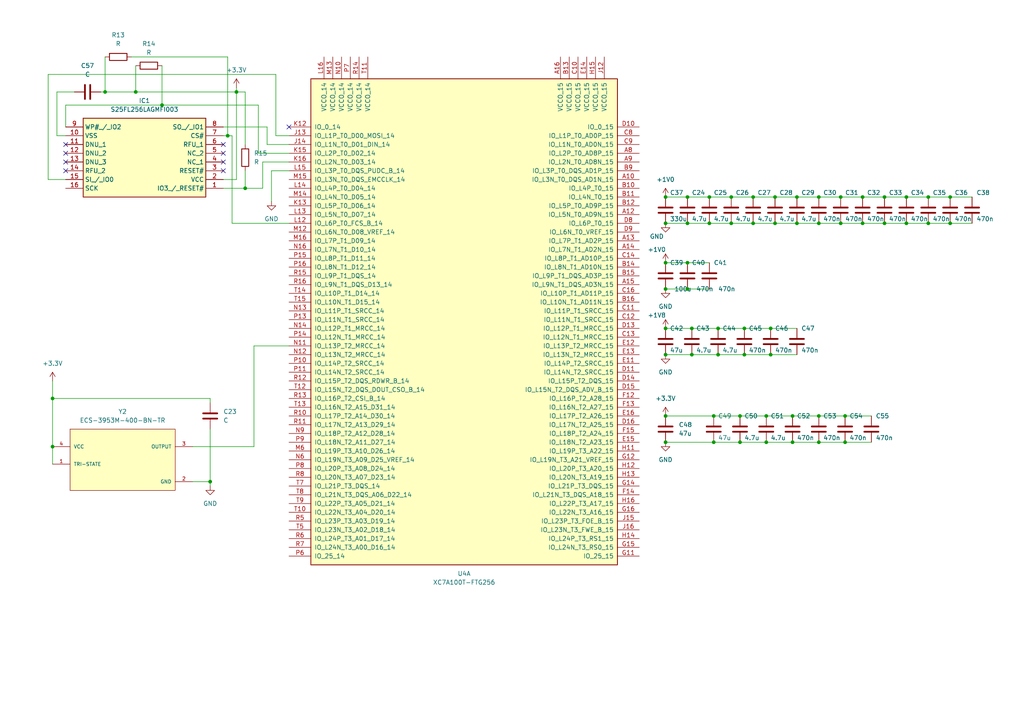
<source format=kicad_sch>
(kicad_sch (version 20230121) (generator eeschema)
  (paper "A4")
  (lib_symbols
    (symbol "Device:C" (pin_numbers hide) (pin_names (offset 0.254))
      (property "Reference" "C" (at 0.635 2.54 0))
      (property "Value" "C" (at 0.635 -2.54 0))
      (symbol "C_0_1"
        (polyline (pts (xy -2.032 -0.762) (xy 2.032 -0.762)) (stroke (width 0.508)))
        (polyline (pts (xy -2.032 0.762) (xy 2.032 0.762)) (stroke (width 0.508)))
      )
      (symbol "C_1_1"
        (pin passive line (at 0 3.81 270) (length 2.794) (name "~") (number "1"))
        (pin passive line (at 0 -3.81 90) (length 2.794) (name "~") (number "2"))
      )
    )
    (symbol "Device:R" (pin_numbers hide) (pin_names (offset 0))
      (property "Reference" "R" (at 2.032 0 90))
      (property "Value" "R" (at 0 0 90))
      (symbol "R_0_1"
        (rectangle (start -1.016 -2.54) (end 1.016 2.54) (stroke (width 0.254)))
      )
      (symbol "R_1_1"
        (pin passive line (at 0 3.81 270) (length 1.27) (name "~") (number "1"))
        (pin passive line (at 0 -3.81 90) (length 1.27) (name "~") (number "2"))
      )
    )
    (symbol "ECS-3953M-400-BN-TR:ECS-3953M-400-BN-TR" (pin_names (offset 1.016))
      (property "Reference" "Y" (at -15.3062 8.1633 0))
      (property "Value" "ECS-3953M-400-BN-TR" (at -15.2879 -12.7399 0))
      (symbol "ECS-3953M-400-BN-TR_0_0"
        (rectangle (start -15.24 -10.16) (end 15.24 7.62) (stroke (width 0.1524)) (fill (type background)))
        (pin input line (at -20.32 -2.54 0) (length 5.08) (name "TRI-STATE") (number "1"))
        (pin power_in line (at 20.32 -7.62 180) (length 5.08) (name "GND") (number "2"))
        (pin output line (at 20.32 2.54 180) (length 5.08) (name "OUTPUT") (number "3"))
        (pin input line (at -20.32 2.54 0) (length 5.08) (name "VCC") (number "4"))
      )
    )
    (symbol "FPGA_Xilinx_Artix7:XC7A100T-FTG256" (pin_names (offset 1.016))
      (property "Reference" "U" (at 0 1.27 0))
      (property "Value" "XC7A100T-FTG256" (at 0 -1.27 0))
      (symbol "XC7A100T-FTG256_1_1"
        (rectangle (start -44.45 67.31) (end 44.45 -73.66) (stroke (width 0.254)) (fill (type background)))
        (pin bidirectional line (at 50.8 38.1 180) (length 6.35) (name "IO_L3N_T0_DQS_AD1N_15") (number "A10"))
        (pin bidirectional line (at 50.8 27.94 180) (length 6.35) (name "IO_L5N_T0_AD9N_15") (number "A12"))
        (pin bidirectional line (at 50.8 20.32 180) (length 6.35) (name "IO_L7P_T1_AD2P_15") (number "A13"))
        (pin bidirectional line (at 50.8 17.78 180) (length 6.35) (name "IO_L7N_T1_AD2N_15") (number "A14"))
        (pin bidirectional line (at 50.8 7.62 180) (length 6.35) (name "IO_L9N_T1_DQS_AD3N_15") (number "A15"))
        (pin power_in line (at 27.94 73.66 270) (length 6.35) (name "VCCO_15") (number "A16"))
        (pin bidirectional line (at 50.8 45.72 180) (length 6.35) (name "IO_L2P_T0_AD8P_15") (number "A8"))
        (pin bidirectional line (at 50.8 43.18 180) (length 6.35) (name "IO_L2N_T0_AD8N_15") (number "A9"))
        (pin bidirectional line (at 50.8 35.56 180) (length 6.35) (name "IO_L4P_T0_15") (number "B10"))
        (pin bidirectional line (at 50.8 33.02 180) (length 6.35) (name "IO_L4N_T0_15") (number "B11"))
        (pin bidirectional line (at 50.8 30.48 180) (length 6.35) (name "IO_L5P_T0_AD9P_15") (number "B12"))
        (pin power_in line (at 30.48 73.66 270) (length 6.35) (name "VCCO_15") (number "B13"))
        (pin bidirectional line (at 50.8 12.7 180) (length 6.35) (name "IO_L8N_T1_AD10N_15") (number "B14"))
        (pin bidirectional line (at 50.8 10.16 180) (length 6.35) (name "IO_L9P_T1_DQS_AD3P_15") (number "B15"))
        (pin bidirectional line (at 50.8 2.54 180) (length 6.35) (name "IO_L10N_T1_AD11N_15") (number "B16"))
        (pin bidirectional line (at 50.8 40.64 180) (length 6.35) (name "IO_L3P_T0_DQS_AD1P_15") (number "B9"))
        (pin power_in line (at 33.02 73.66 270) (length 6.35) (name "VCCO_15") (number "C10"))
        (pin bidirectional line (at 50.8 0 180) (length 6.35) (name "IO_L11P_T1_SRCC_15") (number "C11"))
        (pin bidirectional line (at 50.8 -2.54 180) (length 6.35) (name "IO_L11N_T1_SRCC_15") (number "C12"))
        (pin bidirectional line (at 50.8 -7.62 180) (length 6.35) (name "IO_L12N_T1_MRCC_15") (number "C13"))
        (pin bidirectional line (at 50.8 15.24 180) (length 6.35) (name "IO_L8P_T1_AD10P_15") (number "C14"))
        (pin bidirectional line (at 50.8 5.08 180) (length 6.35) (name "IO_L10P_T1_AD11P_15") (number "C16"))
        (pin bidirectional line (at 50.8 50.8 180) (length 6.35) (name "IO_L1P_T0_AD0P_15") (number "C8"))
        (pin bidirectional line (at 50.8 48.26 180) (length 6.35) (name "IO_L1N_T0_AD0N_15") (number "C9"))
        (pin bidirectional line (at 50.8 53.34 180) (length 6.35) (name "IO_0_15") (number "D10"))
        (pin bidirectional line (at 50.8 -17.78 180) (length 6.35) (name "IO_L14N_T2_SRCC_15") (number "D11"))
        (pin bidirectional line (at 50.8 -5.08 180) (length 6.35) (name "IO_L12P_T1_MRCC_15") (number "D13"))
        (pin bidirectional line (at 50.8 -20.32 180) (length 6.35) (name "IO_L15P_T2_DQS_15") (number "D14"))
        (pin bidirectional line (at 50.8 -22.86 180) (length 6.35) (name "IO_L15N_T2_DQS_ADV_B_15") (number "D15"))
        (pin bidirectional line (at 50.8 -33.02 180) (length 6.35) (name "IO_L17N_T2_A25_15") (number "D16"))
        (pin bidirectional line (at 50.8 25.4 180) (length 6.35) (name "IO_L6P_T0_15") (number "D8"))
        (pin bidirectional line (at 50.8 22.86 180) (length 6.35) (name "IO_L6N_T0_VREF_15") (number "D9"))
        (pin bidirectional line (at 50.8 -15.24 180) (length 6.35) (name "IO_L14P_T2_SRCC_15") (number "E11"))
        (pin bidirectional line (at 50.8 -10.16 180) (length 6.35) (name "IO_L13P_T2_MRCC_15") (number "E12"))
        (pin bidirectional line (at 50.8 -12.7 180) (length 6.35) (name "IO_L13N_T2_MRCC_15") (number "E13"))
        (pin power_in line (at 35.56 73.66 270) (length 6.35) (name "VCCO_15") (number "E14"))
        (pin bidirectional line (at 50.8 -38.1 180) (length 6.35) (name "IO_L18N_T2_A23_15") (number "E15"))
        (pin bidirectional line (at 50.8 -30.48 180) (length 6.35) (name "IO_L17P_T2_A26_15") (number "E16"))
        (pin bidirectional line (at 50.8 -25.4 180) (length 6.35) (name "IO_L16P_T2_A28_15") (number "F12"))
        (pin bidirectional line (at 50.8 -27.94 180) (length 6.35) (name "IO_L16N_T2_A27_15") (number "F13"))
        (pin bidirectional line (at 50.8 -53.34 180) (length 6.35) (name "IO_L21N_T3_DQS_A18_15") (number "F14"))
        (pin bidirectional line (at 50.8 -35.56 180) (length 6.35) (name "IO_L18P_T2_A24_15") (number "F15"))
        (pin bidirectional line (at 50.8 -71.12 180) (length 6.35) (name "IO_25_15") (number "G11"))
        (pin bidirectional line (at 50.8 -43.18 180) (length 6.35) (name "IO_L19N_T3_A21_VREF_15") (number "G12"))
        (pin bidirectional line (at 50.8 -50.8 180) (length 6.35) (name "IO_L21P_T3_DQS_15") (number "G14"))
        (pin bidirectional line (at 50.8 -68.58 180) (length 6.35) (name "IO_L24N_T3_RS0_15") (number "G15"))
        (pin bidirectional line (at 50.8 -58.42 180) (length 6.35) (name "IO_L22N_T3_A16_15") (number "G16"))
        (pin bidirectional line (at 50.8 -40.64 180) (length 6.35) (name "IO_L19P_T3_A22_15") (number "H11"))
        (pin bidirectional line (at 50.8 -45.72 180) (length 6.35) (name "IO_L20P_T3_A20_15") (number "H12"))
        (pin bidirectional line (at 50.8 -48.26 180) (length 6.35) (name "IO_L20N_T3_A19_15") (number "H13"))
        (pin bidirectional line (at 50.8 -66.04 180) (length 6.35) (name "IO_L24P_T3_RS1_15") (number "H14"))
        (pin power_in line (at 38.1 73.66 270) (length 6.35) (name "VCCO_15") (number "H15"))
        (pin bidirectional line (at 50.8 -55.88 180) (length 6.35) (name "IO_L22P_T3_A17_15") (number "H16"))
        (pin power_in line (at 40.64 73.66 270) (length 6.35) (name "VCCO_15") (number "J12"))
        (pin bidirectional line (at -50.8 50.8 0) (length 6.35) (name "IO_L1P_T0_D00_MOSI_14") (number "J13"))
        (pin bidirectional line (at -50.8 48.26 0) (length 6.35) (name "IO_L1N_T0_D01_DIN_14") (number "J14"))
        (pin bidirectional line (at 50.8 -60.96 180) (length 6.35) (name "IO_L23P_T3_FOE_B_15") (number "J15"))
        (pin bidirectional line (at 50.8 -63.5 180) (length 6.35) (name "IO_L23N_T3_FWE_B_15") (number "J16"))
        (pin bidirectional line (at -50.8 53.34 0) (length 6.35) (name "IO_0_14") (number "K12"))
        (pin bidirectional line (at -50.8 30.48 0) (length 6.35) (name "IO_L5P_T0_D06_14") (number "K13"))
        (pin bidirectional line (at -50.8 45.72 0) (length 6.35) (name "IO_L2P_T0_D02_14") (number "K15"))
        (pin bidirectional line (at -50.8 43.18 0) (length 6.35) (name "IO_L2N_T0_D03_14") (number "K16"))
        (pin bidirectional line (at -50.8 25.4 0) (length 6.35) (name "IO_L6P_T0_FCS_B_14") (number "L12"))
        (pin bidirectional line (at -50.8 27.94 0) (length 6.35) (name "IO_L5N_T0_D07_14") (number "L13"))
        (pin bidirectional line (at -50.8 35.56 0) (length 6.35) (name "IO_L4P_T0_D04_14") (number "L14"))
        (pin bidirectional line (at -50.8 40.64 0) (length 6.35) (name "IO_L3P_T0_DQS_PUDC_B_14") (number "L15"))
        (pin power_in line (at -40.64 73.66 270) (length 6.35) (name "VCCO_14") (number "L16"))
        (pin bidirectional line (at -50.8 22.86 0) (length 6.35) (name "IO_L6N_T0_D08_VREF_14") (number "M12"))
        (pin power_in line (at -38.1 73.66 270) (length 6.35) (name "VCCO_14") (number "M13"))
        (pin bidirectional line (at -50.8 33.02 0) (length 6.35) (name "IO_L4N_T0_D05_14") (number "M14"))
        (pin bidirectional line (at -50.8 38.1 0) (length 6.35) (name "IO_L3N_T0_DQS_EMCCLK_14") (number "M15"))
        (pin bidirectional line (at -50.8 20.32 0) (length 6.35) (name "IO_L7P_T1_D09_14") (number "M16"))
        (pin bidirectional line (at -50.8 -40.64 0) (length 6.35) (name "IO_L19P_T3_A10_D26_14") (number "M6"))
        (pin power_in line (at -35.56 73.66 270) (length 6.35) (name "VCCO_14") (number "N10"))
        (pin bidirectional line (at -50.8 -10.16 0) (length 6.35) (name "IO_L13P_T2_MRCC_14") (number "N11"))
        (pin bidirectional line (at -50.8 -12.7 0) (length 6.35) (name "IO_L13N_T2_MRCC_14") (number "N12"))
        (pin bidirectional line (at -50.8 0 0) (length 6.35) (name "IO_L11P_T1_SRCC_14") (number "N13"))
        (pin bidirectional line (at -50.8 -5.08 0) (length 6.35) (name "IO_L12P_T1_MRCC_14") (number "N14"))
        (pin bidirectional line (at -50.8 17.78 0) (length 6.35) (name "IO_L7N_T1_D10_14") (number "N16"))
        (pin bidirectional line (at -50.8 -43.18 0) (length 6.35) (name "IO_L19N_T3_A09_D25_VREF_14") (number "N6"))
        (pin bidirectional line (at -50.8 -35.56 0) (length 6.35) (name "IO_L18P_T2_A12_D28_14") (number "N9"))
        (pin bidirectional line (at -50.8 -15.24 0) (length 6.35) (name "IO_L14P_T2_SRCC_14") (number "P10"))
        (pin bidirectional line (at -50.8 -17.78 0) (length 6.35) (name "IO_L14N_T2_SRCC_14") (number "P11"))
        (pin bidirectional line (at -50.8 -2.54 0) (length 6.35) (name "IO_L11N_T1_SRCC_14") (number "P13"))
        (pin bidirectional line (at -50.8 -7.62 0) (length 6.35) (name "IO_L12N_T1_MRCC_14") (number "P14"))
        (pin bidirectional line (at -50.8 15.24 0) (length 6.35) (name "IO_L8P_T1_D11_14") (number "P15"))
        (pin bidirectional line (at -50.8 12.7 0) (length 6.35) (name "IO_L8N_T1_D12_14") (number "P16"))
        (pin bidirectional line (at -50.8 -71.12 0) (length 6.35) (name "IO_25_14") (number "P6"))
        (pin power_in line (at -33.02 73.66 270) (length 6.35) (name "VCCO_14") (number "P7"))
        (pin bidirectional line (at -50.8 -45.72 0) (length 6.35) (name "IO_L20P_T3_A08_D24_14") (number "P8"))
        (pin bidirectional line (at -50.8 -38.1 0) (length 6.35) (name "IO_L18N_T2_A11_D27_14") (number "P9"))
        (pin bidirectional line (at -50.8 -30.48 0) (length 6.35) (name "IO_L17P_T2_A14_D30_14") (number "R10"))
        (pin bidirectional line (at -50.8 -33.02 0) (length 6.35) (name "IO_L17N_T2_A13_D29_14") (number "R11"))
        (pin bidirectional line (at -50.8 -20.32 0) (length 6.35) (name "IO_L15P_T2_DQS_RDWR_B_14") (number "R12"))
        (pin bidirectional line (at -50.8 -25.4 0) (length 6.35) (name "IO_L16P_T2_CSI_B_14") (number "R13"))
        (pin power_in line (at -30.48 73.66 270) (length 6.35) (name "VCCO_14") (number "R14"))
        (pin bidirectional line (at -50.8 10.16 0) (length 6.35) (name "IO_L9P_T1_DQS_14") (number "R15"))
        (pin bidirectional line (at -50.8 7.62 0) (length 6.35) (name "IO_L9N_T1_DQS_D13_14") (number "R16"))
        (pin bidirectional line (at -50.8 -60.96 0) (length 6.35) (name "IO_L23P_T3_A03_D19_14") (number "R5"))
        (pin bidirectional line (at -50.8 -66.04 0) (length 6.35) (name "IO_L24P_T3_A01_D17_14") (number "R6"))
        (pin bidirectional line (at -50.8 -68.58 0) (length 6.35) (name "IO_L24N_T3_A00_D16_14") (number "R7"))
        (pin bidirectional line (at -50.8 -48.26 0) (length 6.35) (name "IO_L20N_T3_A07_D23_14") (number "R8"))
        (pin bidirectional line (at -50.8 -58.42 0) (length 6.35) (name "IO_L22N_T3_A04_D20_14") (number "T10"))
        (pin power_in line (at -27.94 73.66 270) (length 6.35) (name "VCCO_14") (number "T11"))
        (pin bidirectional line (at -50.8 -22.86 0) (length 6.35) (name "IO_L15N_T2_DQS_DOUT_CSO_B_14") (number "T12"))
        (pin bidirectional line (at -50.8 -27.94 0) (length 6.35) (name "IO_L16N_T2_A15_D31_14") (number "T13"))
        (pin bidirectional line (at -50.8 5.08 0) (length 6.35) (name "IO_L10P_T1_D14_14") (number "T14"))
        (pin bidirectional line (at -50.8 2.54 0) (length 6.35) (name "IO_L10N_T1_D15_14") (number "T15"))
        (pin bidirectional line (at -50.8 -63.5 0) (length 6.35) (name "IO_L23N_T3_A02_D18_14") (number "T5"))
        (pin bidirectional line (at -50.8 -50.8 0) (length 6.35) (name "IO_L21P_T3_DQS_14") (number "T7"))
        (pin bidirectional line (at -50.8 -53.34 0) (length 6.35) (name "IO_L21N_T3_DQS_A06_D22_14") (number "T8"))
        (pin bidirectional line (at -50.8 -55.88 0) (length 6.35) (name "IO_L22P_T3_A05_D21_14") (number "T9"))
      )
      (symbol "XC7A100T-FTG256_2_1"
        (rectangle (start -44.45 67.31) (end 44.45 -73.66) (stroke (width 0.254)) (fill (type background)))
        (pin bidirectional line (at 50.8 12.7 180) (length 6.35) (name "IO_L8N_T1_AD14N_35") (number "A2"))
        (pin bidirectional line (at 50.8 33.02 180) (length 6.35) (name "IO_L4N_T0_35") (number "A3"))
        (pin bidirectional line (at 50.8 38.1 180) (length 6.35) (name "IO_L3N_T0_DQS_AD5N_35") (number "A4"))
        (pin bidirectional line (at 50.8 40.64 180) (length 6.35) (name "IO_L3P_T0_DQS_AD5P_35") (number "A5"))
        (pin power_in line (at 27.94 73.66 270) (length 6.35) (name "VCCO_35") (number "A6"))
        (pin bidirectional line (at 50.8 48.26 180) (length 6.35) (name "IO_L1N_T0_AD4N_35") (number "A7"))
        (pin bidirectional line (at 50.8 7.62 180) (length 6.35) (name "IO_L9N_T1_DQS_AD7N_35") (number "B1"))
        (pin bidirectional line (at 50.8 15.24 180) (length 6.35) (name "IO_L8P_T1_AD14P_35") (number "B2"))
        (pin power_in line (at 30.48 73.66 270) (length 6.35) (name "VCCO_35") (number "B3"))
        (pin bidirectional line (at 50.8 35.56 180) (length 6.35) (name "IO_L4P_T0_35") (number "B4"))
        (pin bidirectional line (at 50.8 43.18 180) (length 6.35) (name "IO_L2N_T0_AD12N_35") (number "B5"))
        (pin bidirectional line (at 50.8 45.72 180) (length 6.35) (name "IO_L2P_T0_AD12P_35") (number "B6"))
        (pin bidirectional line (at 50.8 50.8 180) (length 6.35) (name "IO_L1P_T0_AD4P_35") (number "B7"))
        (pin bidirectional line (at 50.8 10.16 180) (length 6.35) (name "IO_L9P_T1_DQS_AD7P_35") (number "C1"))
        (pin bidirectional line (at 50.8 17.78 180) (length 6.35) (name "IO_L7N_T1_AD6N_35") (number "C2"))
        (pin bidirectional line (at 50.8 20.32 180) (length 6.35) (name "IO_L7P_T1_AD6P_35") (number "C3"))
        (pin bidirectional line (at 50.8 -7.62 180) (length 6.35) (name "IO_L12N_T1_MRCC_35") (number "C4"))
        (pin bidirectional line (at 50.8 27.94 180) (length 6.35) (name "IO_L5N_T0_AD13N_35") (number "C6"))
        (pin bidirectional line (at 50.8 30.48 180) (length 6.35) (name "IO_L5P_T0_AD13P_35") (number "C7"))
        (pin bidirectional line (at 50.8 2.54 180) (length 6.35) (name "IO_L10N_T1_AD15N_35") (number "D1"))
        (pin bidirectional line (at 50.8 -2.54 180) (length 6.35) (name "IO_L11N_T1_SRCC_35") (number "D3"))
        (pin bidirectional line (at 50.8 -5.08 180) (length 6.35) (name "IO_L12P_T1_MRCC_35") (number "D4"))
        (pin bidirectional line (at 50.8 22.86 180) (length 6.35) (name "IO_L6N_T0_VREF_35") (number "D5"))
        (pin bidirectional line (at 50.8 25.4 180) (length 6.35) (name "IO_L6P_T0_35") (number "D6"))
        (pin power_in line (at 33.02 73.66 270) (length 6.35) (name "VCCO_35") (number "D7"))
        (pin bidirectional line (at 50.8 -22.86 180) (length 6.35) (name "IO_L15N_T2_DQS_35") (number "E1"))
        (pin bidirectional line (at 50.8 5.08 180) (length 6.35) (name "IO_L10P_T1_AD15P_35") (number "E2"))
        (pin bidirectional line (at 50.8 0 180) (length 6.35) (name "IO_L11P_T1_SRCC_35") (number "E3"))
        (pin power_in line (at 35.56 73.66 270) (length 6.35) (name "VCCO_35") (number "E4"))
        (pin bidirectional line (at 50.8 -12.7 180) (length 6.35) (name "IO_L13N_T2_MRCC_35") (number "E5"))
        (pin bidirectional line (at 50.8 53.34 180) (length 6.35) (name "IO_0_35") (number "E6"))
        (pin power_in line (at 38.1 73.66 270) (length 6.35) (name "VCCO_35") (number "F1"))
        (pin bidirectional line (at 50.8 -20.32 180) (length 6.35) (name "IO_L15P_T2_DQS_35") (number "F2"))
        (pin bidirectional line (at 50.8 -17.78 180) (length 6.35) (name "IO_L14N_T2_SRCC_35") (number "F3"))
        (pin bidirectional line (at 50.8 -15.24 180) (length 6.35) (name "IO_L14P_T2_SRCC_35") (number "F4"))
        (pin bidirectional line (at 50.8 -10.16 180) (length 6.35) (name "IO_L13P_T2_MRCC_35") (number "F5"))
        (pin bidirectional line (at 50.8 -33.02 180) (length 6.35) (name "IO_L17N_T2_35") (number "G1"))
        (pin bidirectional line (at 50.8 -30.48 180) (length 6.35) (name "IO_L17P_T2_35") (number "G2"))
        (pin bidirectional line (at 50.8 -27.94 180) (length 6.35) (name "IO_L16N_T2_35") (number "G4"))
        (pin bidirectional line (at 50.8 -25.4 180) (length 6.35) (name "IO_L16P_T2_35") (number "G5"))
        (pin bidirectional line (at 50.8 -48.26 180) (length 6.35) (name "IO_L20N_T3_35") (number "H1"))
        (pin bidirectional line (at 50.8 -45.72 180) (length 6.35) (name "IO_L20P_T3_35") (number "H2"))
        (pin bidirectional line (at 50.8 -53.34 180) (length 6.35) (name "IO_L21N_T3_DQS_35") (number "H3"))
        (pin bidirectional line (at 50.8 -38.1 180) (length 6.35) (name "IO_L18N_T2_35") (number "H4"))
        (pin bidirectional line (at 50.8 -35.56 180) (length 6.35) (name "IO_L18P_T2_35") (number "H5"))
        (pin bidirectional line (at 50.8 -58.42 180) (length 6.35) (name "IO_L22N_T3_35") (number "J1"))
        (pin power_in line (at 40.64 73.66 270) (length 6.35) (name "VCCO_35") (number "J2"))
        (pin bidirectional line (at 50.8 -50.8 180) (length 6.35) (name "IO_L21P_T3_DQS_35") (number "J3"))
        (pin bidirectional line (at 50.8 -43.18 180) (length 6.35) (name "IO_L19N_T3_VREF_35") (number "J4"))
        (pin bidirectional line (at 50.8 -40.64 180) (length 6.35) (name "IO_L19P_T3_35") (number "J5"))
        (pin bidirectional line (at 50.8 -55.88 180) (length 6.35) (name "IO_L22P_T3_35") (number "K1"))
        (pin bidirectional line (at 50.8 -68.58 180) (length 6.35) (name "IO_L24N_T3_35") (number "K2"))
        (pin bidirectional line (at 50.8 -66.04 180) (length 6.35) (name "IO_L24P_T3_35") (number "K3"))
        (pin bidirectional line (at 50.8 -71.12 180) (length 6.35) (name "IO_25_35") (number "K5"))
        (pin bidirectional line (at 50.8 -63.5 180) (length 6.35) (name "IO_L23N_T3_35") (number "L2"))
        (pin bidirectional line (at 50.8 -60.96 180) (length 6.35) (name "IO_L23P_T3_35") (number "L3"))
        (pin bidirectional line (at -50.8 50.8 0) (length 6.35) (name "IO_L1P_T0_34") (number "L4"))
        (pin bidirectional line (at -50.8 53.34 0) (length 6.35) (name "IO_0_34") (number "L5"))
        (pin bidirectional line (at -50.8 43.18 0) (length 6.35) (name "IO_L2N_T0_34") (number "M1"))
        (pin bidirectional line (at -50.8 45.72 0) (length 6.35) (name "IO_L2P_T0_34") (number "M2"))
        (pin power_in line (at -40.64 73.66 270) (length 6.35) (name "VCCO_34") (number "M3"))
        (pin bidirectional line (at -50.8 48.26 0) (length 6.35) (name "IO_L1N_T0_34") (number "M4"))
        (pin bidirectional line (at -50.8 25.4 0) (length 6.35) (name "IO_L6P_T0_34") (number "M5"))
        (pin bidirectional line (at -50.8 35.56 0) (length 6.35) (name "IO_L4P_T0_34") (number "N1"))
        (pin bidirectional line (at -50.8 38.1 0) (length 6.35) (name "IO_L3N_T0_DQS_34") (number "N2"))
        (pin bidirectional line (at -50.8 40.64 0) (length 6.35) (name "IO_L3P_T0_DQS_34") (number "N3"))
        (pin bidirectional line (at -50.8 22.86 0) (length 6.35) (name "IO_L6N_T0_VREF_34") (number "N4"))
        (pin bidirectional line (at -50.8 33.02 0) (length 6.35) (name "IO_L4N_T0_34") (number "P1"))
        (pin bidirectional line (at -50.8 27.94 0) (length 6.35) (name "IO_L5N_T0_34") (number "P3"))
        (pin bidirectional line (at -50.8 30.48 0) (length 6.35) (name "IO_L5P_T0_34") (number "P4"))
        (pin bidirectional line (at -50.8 5.08 0) (length 6.35) (name "IO_L10P_T1_34") (number "P5"))
        (pin bidirectional line (at -50.8 17.78 0) (length 6.35) (name "IO_L7N_T1_34") (number "R1"))
        (pin bidirectional line (at -50.8 20.32 0) (length 6.35) (name "IO_L7P_T1_34") (number "R2"))
        (pin bidirectional line (at -50.8 15.24 0) (length 6.35) (name "IO_L8P_T1_34") (number "R3"))
        (pin power_in line (at -38.1 73.66 270) (length 6.35) (name "VCCO_34") (number "R4"))
        (pin power_in line (at -35.56 73.66 270) (length 6.35) (name "VCCO_34") (number "T1"))
        (pin bidirectional line (at -50.8 12.7 0) (length 6.35) (name "IO_L8N_T1_34") (number "T2"))
        (pin bidirectional line (at -50.8 7.62 0) (length 6.35) (name "IO_L9N_T1_DQS_34") (number "T3"))
        (pin bidirectional line (at -50.8 10.16 0) (length 6.35) (name "IO_L9P_T1_DQS_34") (number "T4"))
      )
      (symbol "XC7A100T-FTG256_3_1"
        (rectangle (start -31.75 34.29) (end 31.75 -40.64) (stroke (width 0.254)) (fill (type background)))
        (pin bidirectional line (at 38.1 -15.24 180) (length 6.35) (name "CFGBVS_0") (number "E7"))
        (pin bidirectional line (at 38.1 7.62 180) (length 6.35) (name "CCLK_0") (number "E8"))
        (pin bidirectional line (at 38.1 -5.08 180) (length 6.35) (name "DONE_0") (number "H10"))
        (pin bidirectional line (at 38.1 -30.48 180) (length 6.35) (name "VREFN_0") (number "H7"))
        (pin bidirectional line (at 38.1 -20.32 180) (length 6.35) (name "VP_0") (number "H8"))
        (pin bidirectional line (at 38.1 -22.86 180) (length 6.35) (name "VN_0") (number "J7"))
        (pin bidirectional line (at 38.1 -27.94 180) (length 6.35) (name "VREFP_0") (number "J8"))
        (pin bidirectional line (at 38.1 -7.62 180) (length 6.35) (name "INIT_B_0") (number "K10"))
        (pin bidirectional line (at 38.1 -38.1 180) (length 6.35) (name "DXN_0") (number "K7"))
        (pin bidirectional line (at 38.1 -35.56 180) (length 6.35) (name "DXP_0") (number "K8"))
        (pin power_in line (at 27.94 40.64 270) (length 6.35) (name "VCCO_0") (number "L6"))
        (pin bidirectional line (at 38.1 12.7 180) (length 6.35) (name "TCK_0") (number "L7"))
        (pin bidirectional line (at 38.1 -10.16 180) (length 6.35) (name "PROGRAM_B_0") (number "L9"))
        (pin bidirectional line (at 38.1 2.54 180) (length 6.35) (name "M1_0") (number "M10"))
        (pin bidirectional line (at 38.1 0 180) (length 6.35) (name "M2_0") (number "M11"))
        (pin bidirectional line (at 38.1 15.24 180) (length 6.35) (name "TMS_0") (number "M7"))
        (pin bidirectional line (at 38.1 5.08 180) (length 6.35) (name "M0_0") (number "M9"))
        (pin bidirectional line (at 38.1 20.32 180) (length 6.35) (name "TDI_0") (number "N7"))
        (pin bidirectional line (at 38.1 17.78 180) (length 6.35) (name "TDO_0") (number "N8"))
      )
      (symbol "XC7A100T-FTG256_4_1"
        (rectangle (start -19.05 35.56) (end 19.05 -35.56) (stroke (width 0.254)) (fill (type background)))
        (pin power_in line (at -25.4 2.54 0) (length 6.35) (name "GND") (number "A1"))
        (pin power_in line (at -25.4 0 0) (length 6.35) (name "GND") (number "A11"))
        (pin power_in line (at -25.4 -2.54 0) (length 6.35) (name "GND") (number "B8"))
        (pin power_in line (at -25.4 -7.62 0) (length 6.35) (name "GND") (number "C15"))
        (pin power_in line (at -25.4 -5.08 0) (length 6.35) (name "GND") (number "C5"))
        (pin power_in line (at -25.4 -12.7 0) (length 6.35) (name "GND") (number "D12"))
        (pin power_in line (at -25.4 -10.16 0) (length 6.35) (name "GND") (number "D2"))
        (pin power_in line (at -25.4 12.7 0) (length 6.35) (name "VCCBRAM") (number "E10"))
        (pin power_in line (at -25.4 -15.24 0) (length 6.35) (name "GND") (number "E9"))
        (pin power_in line (at -25.4 -20.32 0) (length 6.35) (name "GND") (number "F10"))
        (pin power_in line (at -25.4 10.16 0) (length 6.35) (name "VCCBRAM") (number "F11"))
        (pin power_in line (at -25.4 -22.86 0) (length 6.35) (name "GND") (number "F16"))
        (pin power_in line (at -25.4 -17.78 0) (length 6.35) (name "GND") (number "F6"))
        (pin power_in line (at 25.4 33.02 180) (length 6.35) (name "VCCINT") (number "F7"))
        (pin power_in line (at -25.4 15.24 0) (length 6.35) (name "VCCBATT_0") (number "F8"))
        (pin power_in line (at 25.4 30.48 180) (length 6.35) (name "VCCINT") (number "F9"))
        (pin power_in line (at -25.4 33.02 0) (length 6.35) (name "VCCAUX") (number "G10"))
        (pin power_in line (at -25.4 -30.48 0) (length 6.35) (name "GND") (number "G13"))
        (pin power_in line (at -25.4 -25.4 0) (length 6.35) (name "GND") (number "G3"))
        (pin power_in line (at 25.4 27.94 180) (length 6.35) (name "VCCINT") (number "G6"))
        (pin power_in line (at -25.4 20.32 0) (length 6.35) (name "GNDADC_0") (number "G7"))
        (pin power_in line (at -25.4 17.78 0) (length 6.35) (name "VCCADC_0") (number "G8"))
        (pin power_in line (at -25.4 -27.94 0) (length 6.35) (name "GND") (number "G9"))
        (pin power_in line (at -25.4 -33.02 0) (length 6.35) (name "GND") (number "H6"))
        (pin power_in line (at 25.4 25.4 180) (length 6.35) (name "VCCINT") (number "H9"))
        (pin power_in line (at -25.4 30.48 0) (length 6.35) (name "VCCAUX") (number "J10"))
        (pin power_in line (at 25.4 0 180) (length 6.35) (name "GND") (number "J11"))
        (pin power_in line (at 25.4 22.86 180) (length 6.35) (name "VCCINT") (number "J6"))
        (pin power_in line (at 25.4 2.54 180) (length 6.35) (name "GND") (number "J9"))
        (pin power_in line (at -25.4 27.94 0) (length 6.35) (name "VCCAUX") (number "K11"))
        (pin power_in line (at 25.4 -7.62 180) (length 6.35) (name "GND") (number "K14"))
        (pin power_in line (at 25.4 -2.54 180) (length 6.35) (name "GND") (number "K4"))
        (pin power_in line (at 25.4 -5.08 180) (length 6.35) (name "GND") (number "K6"))
        (pin power_in line (at 25.4 20.32 180) (length 6.35) (name "VCCINT") (number "K9"))
        (pin power_in line (at 25.4 -10.16 180) (length 6.35) (name "GND") (number "L1"))
        (pin power_in line (at -25.4 25.4 0) (length 6.35) (name "VCCAUX") (number "L10"))
        (pin power_in line (at 25.4 -12.7 180) (length 6.35) (name "GND") (number "L11"))
        (pin power_in line (at 25.4 17.78 180) (length 6.35) (name "VCCINT") (number "L8"))
        (pin power_in line (at 25.4 -15.24 180) (length 6.35) (name "GND") (number "M8"))
        (pin power_in line (at 25.4 -20.32 180) (length 6.35) (name "GND") (number "N15"))
        (pin power_in line (at 25.4 -17.78 180) (length 6.35) (name "GND") (number "N5"))
        (pin power_in line (at 25.4 -25.4 180) (length 6.35) (name "GND") (number "P12"))
        (pin power_in line (at 25.4 -22.86 180) (length 6.35) (name "GND") (number "P2"))
        (pin power_in line (at 25.4 -27.94 180) (length 6.35) (name "GND") (number "R9"))
        (pin power_in line (at 25.4 -33.02 180) (length 6.35) (name "GND") (number "T16"))
        (pin power_in line (at 25.4 -30.48 180) (length 6.35) (name "GND") (number "T6"))
      )
    )
    (symbol "S25FL256LAGMFI003:S25FL256LAGMFI003"
      (property "Reference" "IC" (at 41.91 7.62 0))
      (property "Value" "S25FL256LAGMFI003" (at 41.91 5.08 0))
      (symbol "S25FL256LAGMFI003_1_1"
        (rectangle (start 5.08 2.54) (end 40.64 -20.32) (stroke (width 0.254)) (fill (type background)))
        (pin passive line (at 0 0 0) (length 5.08) (name "IO3_/_RESET#") (number "1"))
        (pin passive line (at 45.72 -15.24 180) (length 5.08) (name "VSS") (number "10"))
        (pin passive line (at 45.72 -12.7 180) (length 5.08) (name "DNU_1") (number "11"))
        (pin passive line (at 45.72 -10.16 180) (length 5.08) (name "DNU_2") (number "12"))
        (pin passive line (at 45.72 -7.62 180) (length 5.08) (name "DNU_3") (number "13"))
        (pin passive line (at 45.72 -5.08 180) (length 5.08) (name "RFU_2") (number "14"))
        (pin passive line (at 45.72 -2.54 180) (length 5.08) (name "SI_/_IO0") (number "15"))
        (pin passive line (at 45.72 0 180) (length 5.08) (name "SCK") (number "16"))
        (pin passive line (at 0 -2.54 0) (length 5.08) (name "VCC") (number "2"))
        (pin passive line (at 0 -5.08 0) (length 5.08) (name "RESET#") (number "3"))
        (pin passive line (at 0 -7.62 0) (length 5.08) (name "NC_1") (number "4"))
        (pin passive line (at 0 -10.16 0) (length 5.08) (name "NC_2") (number "5"))
        (pin passive line (at 0 -12.7 0) (length 5.08) (name "RFU_1") (number "6"))
        (pin passive line (at 0 -15.24 0) (length 5.08) (name "CS#") (number "7"))
        (pin passive line (at 0 -17.78 0) (length 5.08) (name "SO_/_IO1") (number "8"))
        (pin passive line (at 45.72 -17.78 180) (length 5.08) (name "WP#_/_IO2") (number "9"))
      )
    )
    (symbol "power:+1V0" (power) (pin_names (offset 0))
      (property "Value" "+1V0" (at 0 3.556 0))
      (symbol "+1V0_0_1"
        (polyline (pts (xy -0.762 1.27) (xy 0 2.54)))
        (polyline (pts (xy 0 0) (xy 0 2.54)))
        (polyline (pts (xy 0 2.54) (xy 0.762 1.27)))
      )
      (symbol "+1V0_1_1"
        (pin power_in line (at 0 0 90) (length 0) hide (name "+1V0") (number "1"))
      )
    )
    (symbol "power:+1V8" (power) (pin_names (offset 0))
      (property "Value" "+1V8" (at 0 3.556 0))
      (symbol "+1V8_0_1"
        (polyline (pts (xy -0.762 1.27) (xy 0 2.54)))
        (polyline (pts (xy 0 0) (xy 0 2.54)))
        (polyline (pts (xy 0 2.54) (xy 0.762 1.27)))
      )
      (symbol "+1V8_1_1"
        (pin power_in line (at 0 0 90) (length 0) hide (name "+1V8") (number "1"))
      )
    )
    (symbol "power:+3.3V" (power) (pin_names (offset 0))
      (property "Value" "+3.3V" (at 0 3.556 0))
      (symbol "+3.3V_0_1"
        (polyline (pts (xy -0.762 1.27) (xy 0 2.54)))
        (polyline (pts (xy 0 0) (xy 0 2.54)))
        (polyline (pts (xy 0 2.54) (xy 0.762 1.27)))
      )
      (symbol "+3.3V_1_1"
        (pin power_in line (at 0 0 90) (length 0) hide (name "+3.3V") (number "1"))
      )
    )
    (symbol "power:GND" (power) (pin_names (offset 0))
      (property "Value" "GND" (at 0 -3.81 0))
      (symbol "GND_0_1"
        (polyline (pts (xy 0 0) (xy 0 -1.27) (xy 1.27 -1.27) (xy 0 -2.54) (xy -1.27 -1.27) (xy 0 -1.27)))
      )
      (symbol "GND_1_1"
        (pin power_in line (at 0 0 270) (length 0) hide (name "GND") (number "1"))
      )
    )
  )
  (junction (at 237.49 128.27))
  (junction (at 199.39 76.2))
  (junction (at 243.84 64.77))
  (junction (at 193.04 95.25))
  (junction (at 68.58 26.67))
  (junction (at 229.87 120.65))
  (junction (at 208.28 102.87))
  (junction (at 199.39 83.82))
  (junction (at 262.89 64.77))
  (junction (at 262.89 57.15))
  (junction (at 39.37 26.67))
  (junction (at 15.24 115.57))
  (junction (at 199.39 64.77))
  (junction (at 214.63 128.27))
  (junction (at 193.04 64.77))
  (junction (at 224.79 57.15))
  (junction (at 30.48 26.67))
  (junction (at 269.24 57.15))
  (junction (at 218.44 57.15))
  (junction (at 237.49 64.77))
  (junction (at 223.52 102.87))
  (junction (at 275.59 64.77))
  (junction (at 224.79 64.77))
  (junction (at 199.39 57.15))
  (junction (at 193.04 57.15))
  (junction (at 223.52 95.25))
  (junction (at 245.11 120.65))
  (junction (at 193.04 128.27))
  (junction (at 256.54 57.15))
  (junction (at 256.54 64.77))
  (junction (at 15.24 129.54))
  (junction (at 275.59 57.15))
  (junction (at 71.12 54.61))
  (junction (at 200.66 102.87))
  (junction (at 231.14 64.77))
  (junction (at 243.84 57.15))
  (junction (at 250.19 64.77))
  (junction (at 193.04 76.2))
  (junction (at 46.99 30.48))
  (junction (at 205.74 57.15))
  (junction (at 60.96 139.7))
  (junction (at 205.74 64.77))
  (junction (at 250.19 57.15))
  (junction (at 66.04 39.37))
  (junction (at 237.49 57.15))
  (junction (at 214.63 120.65))
  (junction (at 207.01 128.27))
  (junction (at 229.87 128.27))
  (junction (at 222.25 128.27))
  (junction (at 212.09 57.15))
  (junction (at 193.04 102.87))
  (junction (at 218.44 64.77))
  (junction (at 193.04 83.82))
  (junction (at 200.66 95.25))
  (junction (at 207.01 120.65))
  (junction (at 212.09 64.77))
  (junction (at 245.11 128.27))
  (junction (at 215.9 102.87))
  (junction (at 208.28 95.25))
  (junction (at 215.9 95.25))
  (junction (at 222.25 120.65))
  (junction (at 193.04 120.65))
  (junction (at 231.14 57.15))
  (junction (at 269.24 64.77))
  (junction (at 237.49 120.65))
  (no_connect (at 19.05 41.91))
  (no_connect (at 19.05 44.45))
  (no_connect (at 19.05 49.53))
  (no_connect (at 64.77 46.99))
  (no_connect (at 64.77 44.45))
  (no_connect (at 64.77 49.53))
  (no_connect (at 83.82 36.83))
  (no_connect (at 19.05 46.99))
  (no_connect (at 64.77 41.91))
  (wire (pts (xy 231.14 57.15) (xy 224.79 57.15)))
  (wire (pts (xy 67.31 64.77) (xy 83.82 64.77)))
  (wire (pts (xy 74.93 30.48) (xy 74.93 44.45)))
  (wire (pts (xy 212.09 57.15) (xy 205.74 57.15)))
  (wire (pts (xy 223.52 95.25) (xy 231.14 95.25)))
  (wire (pts (xy 245.11 120.65) (xy 237.49 120.65)))
  (wire (pts (xy 29.21 26.67) (xy 30.48 26.67)))
  (wire (pts (xy 275.59 57.15) (xy 269.24 57.15)))
  (wire (pts (xy 218.44 57.15) (xy 212.09 57.15)))
  (wire (pts (xy 76.2 54.61) (xy 76.2 46.99)))
  (wire (pts (xy 15.24 115.57) (xy 60.96 115.57)))
  (wire (pts (xy 222.25 128.27) (xy 214.63 128.27)))
  (wire (pts (xy 214.63 128.27) (xy 207.01 128.27)))
  (wire (pts (xy 214.63 120.65) (xy 207.01 120.65)))
  (wire (pts (xy 15.24 134.62) (xy 15.24 129.54)))
  (wire (pts (xy 229.87 128.27) (xy 222.25 128.27)))
  (wire (pts (xy 16.51 39.37) (xy 16.51 26.67)))
  (wire (pts (xy 237.49 120.65) (xy 229.87 120.65)))
  (wire (pts (xy 19.05 52.07) (xy 13.97 52.07)))
  (wire (pts (xy 218.44 64.77) (xy 224.79 64.77)))
  (wire (pts (xy 77.47 36.83) (xy 77.47 41.91)))
  (wire (pts (xy 193.04 102.87) (xy 200.66 102.87)))
  (wire (pts (xy 80.01 21.59) (xy 80.01 39.37)))
  (wire (pts (xy 39.37 26.67) (xy 68.58 26.67)))
  (wire (pts (xy 64.77 36.83) (xy 77.47 36.83)))
  (wire (pts (xy 76.2 46.99) (xy 83.82 46.99)))
  (wire (pts (xy 55.88 139.7) (xy 60.96 139.7)))
  (wire (pts (xy 16.51 26.67) (xy 21.59 26.67)))
  (wire (pts (xy 71.12 49.53) (xy 71.12 54.61)))
  (wire (pts (xy 15.24 115.57) (xy 15.24 129.54)))
  (wire (pts (xy 30.48 26.67) (xy 39.37 26.67)))
  (wire (pts (xy 78.74 49.53) (xy 78.74 58.42)))
  (wire (pts (xy 200.66 95.25) (xy 208.28 95.25)))
  (wire (pts (xy 205.74 64.77) (xy 212.09 64.77)))
  (wire (pts (xy 208.28 102.87) (xy 215.9 102.87)))
  (wire (pts (xy 13.97 21.59) (xy 80.01 21.59)))
  (wire (pts (xy 193.04 76.2) (xy 199.39 76.2)))
  (wire (pts (xy 229.87 120.65) (xy 222.25 120.65)))
  (wire (pts (xy 205.74 57.15) (xy 199.39 57.15)))
  (wire (pts (xy 67.31 39.37) (xy 67.31 64.77)))
  (wire (pts (xy 64.77 39.37) (xy 66.04 39.37)))
  (wire (pts (xy 269.24 57.15) (xy 262.89 57.15)))
  (wire (pts (xy 223.52 102.87) (xy 231.14 102.87)))
  (wire (pts (xy 60.96 115.57) (xy 60.96 116.84)))
  (wire (pts (xy 60.96 139.7) (xy 60.96 140.97)))
  (wire (pts (xy 73.66 129.54) (xy 55.88 129.54)))
  (wire (pts (xy 224.79 64.77) (xy 231.14 64.77)))
  (wire (pts (xy 71.12 26.67) (xy 71.12 41.91)))
  (wire (pts (xy 256.54 64.77) (xy 262.89 64.77)))
  (wire (pts (xy 222.25 120.65) (xy 214.63 120.65)))
  (wire (pts (xy 269.24 64.77) (xy 275.59 64.77)))
  (wire (pts (xy 252.73 120.65) (xy 245.11 120.65)))
  (wire (pts (xy 250.19 57.15) (xy 243.84 57.15)))
  (wire (pts (xy 243.84 64.77) (xy 250.19 64.77)))
  (wire (pts (xy 39.37 19.05) (xy 39.37 26.67)))
  (wire (pts (xy 237.49 57.15) (xy 231.14 57.15)))
  (wire (pts (xy 74.93 44.45) (xy 83.82 44.45)))
  (wire (pts (xy 231.14 64.77) (xy 237.49 64.77)))
  (wire (pts (xy 60.96 124.46) (xy 60.96 139.7)))
  (wire (pts (xy 193.04 64.77) (xy 199.39 64.77)))
  (wire (pts (xy 73.66 100.33) (xy 73.66 129.54)))
  (wire (pts (xy 64.77 54.61) (xy 71.12 54.61)))
  (wire (pts (xy 71.12 54.61) (xy 76.2 54.61)))
  (wire (pts (xy 256.54 57.15) (xy 250.19 57.15)))
  (wire (pts (xy 46.99 19.05) (xy 46.99 30.48)))
  (wire (pts (xy 38.1 16.51) (xy 66.04 16.51)))
  (wire (pts (xy 245.11 128.27) (xy 237.49 128.27)))
  (wire (pts (xy 19.05 30.48) (xy 46.99 30.48)))
  (wire (pts (xy 199.39 83.82) (xy 205.74 83.82)))
  (wire (pts (xy 78.74 49.53) (xy 83.82 49.53)))
  (wire (pts (xy 237.49 128.27) (xy 229.87 128.27)))
  (wire (pts (xy 19.05 36.83) (xy 19.05 30.48)))
  (wire (pts (xy 83.82 100.33) (xy 73.66 100.33)))
  (wire (pts (xy 215.9 102.87) (xy 223.52 102.87)))
  (wire (pts (xy 66.04 39.37) (xy 67.31 39.37)))
  (wire (pts (xy 199.39 76.2) (xy 205.74 76.2)))
  (wire (pts (xy 68.58 25.4) (xy 68.58 26.67)))
  (wire (pts (xy 243.84 57.15) (xy 237.49 57.15)))
  (wire (pts (xy 30.48 16.51) (xy 30.48 26.67)))
  (wire (pts (xy 207.01 120.65) (xy 193.04 120.65)))
  (wire (pts (xy 80.01 39.37) (xy 83.82 39.37)))
  (wire (pts (xy 193.04 83.82) (xy 199.39 83.82)))
  (wire (pts (xy 252.73 128.27) (xy 245.11 128.27)))
  (wire (pts (xy 200.66 102.87) (xy 208.28 102.87)))
  (wire (pts (xy 193.04 95.25) (xy 200.66 95.25)))
  (wire (pts (xy 15.24 110.49) (xy 15.24 115.57)))
  (wire (pts (xy 13.97 21.59) (xy 13.97 52.07)))
  (wire (pts (xy 207.01 128.27) (xy 193.04 128.27)))
  (wire (pts (xy 224.79 57.15) (xy 218.44 57.15)))
  (wire (pts (xy 237.49 64.77) (xy 243.84 64.77)))
  (wire (pts (xy 281.94 57.15) (xy 275.59 57.15)))
  (wire (pts (xy 19.05 39.37) (xy 16.51 39.37)))
  (wire (pts (xy 77.47 41.91) (xy 83.82 41.91)))
  (wire (pts (xy 262.89 64.77) (xy 269.24 64.77)))
  (wire (pts (xy 208.28 95.25) (xy 215.9 95.25)))
  (wire (pts (xy 46.99 30.48) (xy 74.93 30.48)))
  (wire (pts (xy 64.77 52.07) (xy 68.58 52.07)))
  (wire (pts (xy 262.89 57.15) (xy 256.54 57.15)))
  (wire (pts (xy 199.39 64.77) (xy 205.74 64.77)))
  (wire (pts (xy 66.04 16.51) (xy 66.04 39.37)))
  (wire (pts (xy 68.58 26.67) (xy 71.12 26.67)))
  (wire (pts (xy 215.9 95.25) (xy 223.52 95.25)))
  (wire (pts (xy 275.59 64.77) (xy 281.94 64.77)))
  (wire (pts (xy 250.19 64.77) (xy 256.54 64.77)))
  (wire (pts (xy 212.09 64.77) (xy 218.44 64.77)))
  (wire (pts (xy 68.58 52.07) (xy 68.58 26.67)))
  (wire (pts (xy 199.39 57.15) (xy 193.04 57.15)))
  (symbol (lib_id "Device:C") (at 205.74 60.96 0) (unit 1)
    (property "Reference" "C25" (at 207.01 55.88 0) (effects (justify left)))
    (property "Value" "4.7u" (at 207.01 63.5 0) (effects (justify left)))
  )
  (symbol (lib_id "power:GND") (at 193.04 128.27 0) (unit 1)
    (property "Reference" "#PWR035" (effects hide))
    (property "Value" "GND" (at 193.04 133.35 0))
  )
  (symbol (lib_id "power:GND") (at 193.04 83.82 0) (unit 1)
    (property "Reference" "#PWR031" (effects hide))
    (property "Value" "GND" (at 193.04 88.9 0))
  )
  (symbol (lib_id "Device:C") (at 243.84 60.96 0) (unit 1)
    (property "Reference" "C31" (at 245.11 55.88 0) (effects (justify left)))
    (property "Value" "470n" (at 245.11 63.5 0) (effects (justify left)))
  )
  (symbol (lib_id "Device:C") (at 25.4 26.67 90) (unit 1)
    (property "Reference" "C57" (at 25.4 19.05 90))
    (property "Value" "C" (at 25.4 21.59 90))
  )
  (symbol (lib_id "Device:C") (at 200.66 99.06 0) (unit 1)
    (property "Reference" "C43" (at 201.93 95.25 0) (effects (justify left)))
    (property "Value" "4.7u" (at 201.93 101.6 0) (effects (justify left)))
  )
  (symbol (lib_id "Device:C") (at 193.04 124.46 0) (unit 1)
    (property "Reference" "C48" (at 196.85 123.19 0) (effects (justify left)))
    (property "Value" "47u" (at 196.85 125.73 0) (effects (justify left)))
  )
  (symbol (lib_id "power:GND") (at 193.04 102.87 0) (unit 1)
    (property "Reference" "#PWR033" (effects hide))
    (property "Value" "GND" (at 193.04 107.95 0))
  )
  (symbol (lib_id "power:+1V8") (at 193.04 95.25 0) (unit 1)
    (property "Reference" "#PWR032" (effects hide))
    (property "Value" "+1V8" (at 190.5 91.44 0))
  )
  (symbol (lib_id "Device:C") (at 60.96 120.65 0) (unit 1)
    (property "Reference" "C23" (at 64.77 119.38 0) (effects (justify left)))
    (property "Value" "C" (at 64.77 121.92 0) (effects (justify left)))
  )
  (symbol (lib_id "FPGA_Xilinx_Artix7:XC7A100T-FTG256") (at 134.62 90.17 0) (unit 1)
    (property "Reference" "U4" (at 134.62 166.37 0))
    (property "Value" "XC7A100T-FTG256" (at 134.62 168.91 0))
  )
  (symbol (lib_id "Device:C") (at 207.01 124.46 0) (unit 1)
    (property "Reference" "C49" (at 208.28 120.65 0) (effects (justify left)))
    (property "Value" "47u" (at 208.28 127 0) (effects (justify left)))
  )
  (symbol (lib_id "S25FL256LAGMFI003:S25FL256LAGMFI003") (at 64.77 54.61 180) (unit 1)
    (property "Reference" "IC1" (at 41.91 29.21 0))
    (property "Value" "S25FL256LAGMFI003" (at 41.91 31.75 0))
    (property "Footprint" "SOIC127P1030X265-16N" (effects hide))
    (property "Datasheet" "http://www.cypress.com/file/316171/download" (effects hide))
    (property "Height" "2.65" (effects hide))
    (property "Manufacturer_Name" "Cypress Semiconductor" (effects hide))
    (property "Manufacturer_Part_Number" "S25FL256LAGMFI003" (effects hide))
    (property "Mouser Part Number" "727-S25FL256LAGMFI03" (effects hide))
    (property "Mouser Price/Stock" "https://www.mouser.co.uk/ProductDetail/Cypress-Semiconductor/S25FL256LAGMFI003?qs=JseWDPAoSPYBUrLEMYi29A%3D%3D" (effects hide))
    (property "Arrow Part Number" "S25FL256LAGMFI003" (effects hide))
    (property "Arrow Price/Stock" "https://www.arrow.com/en/products/s25fl256lagmfi003/cypress-semiconductor" (effects hide))
  )
  (symbol (lib_id "power:GND") (at 60.96 140.97 0) (unit 1)
    (property "Reference" "#PWR027" (effects hide))
    (property "Value" "GND" (at 60.96 146.05 0))
  )
  (symbol (lib_id "Device:C") (at 193.04 99.06 0) (unit 1)
    (property "Reference" "C42" (at 194.31 95.25 0) (effects (justify left)))
    (property "Value" "47u" (at 194.31 101.6 0) (effects (justify left)))
  )
  (symbol (lib_id "power:+1V0") (at 193.04 57.15 0) (unit 1)
    (property "Reference" "#PWR028" (effects hide))
    (property "Value" "+1V0" (at 193.04 52.07 0))
  )
  (symbol (lib_id "Device:C") (at 231.14 60.96 0) (unit 1)
    (property "Reference" "C29" (at 232.41 55.88 0) (effects (justify left)))
    (property "Value" "4.7u" (at 232.41 63.5 0) (effects (justify left)))
  )
  (symbol (lib_id "Device:C") (at 199.39 80.01 0) (unit 1)
    (property "Reference" "C40" (at 200.66 76.2 0) (effects (justify left)))
    (property "Value" "470n" (at 201.93 83.82 0) (effects (justify left)))
  )
  (symbol (lib_id "Device:C") (at 231.14 99.06 0) (unit 1)
    (property "Reference" "C47" (at 232.41 95.25 0) (effects (justify left)))
    (property "Value" "470n" (at 232.41 101.6 0) (effects (justify left)))
  )
  (symbol (lib_id "Device:C") (at 250.19 60.96 0) (unit 1)
    (property "Reference" "C32" (at 251.46 55.88 0) (effects (justify left)))
    (property "Value" "470n" (at 251.46 63.5 0) (effects (justify left)))
  )
  (symbol (lib_id "Device:C") (at 281.94 60.96 0) (unit 1)
    (property "Reference" "C38" (at 283.21 55.88 0) (effects (justify left)))
    (property "Value" "470n" (at 283.21 63.5 0) (effects (justify left)))
  )
  (symbol (lib_id "Device:C") (at 193.04 80.01 0) (unit 1)
    (property "Reference" "C39" (at 194.31 76.2 0) (effects (justify left)))
    (property "Value" "100u" (at 195.58 83.82 0) (effects (justify left)))
  )
  (symbol (lib_id "power:+3.3V") (at 68.58 25.4 0) (unit 1)
    (property "Reference" "#PWR037" (effects hide))
    (property "Value" "+3.3V" (at 68.58 20.32 0))
  )
  (symbol (lib_id "Device:C") (at 199.39 60.96 0) (unit 1)
    (property "Reference" "C24" (at 200.66 55.88 0) (effects (justify left)))
    (property "Value" "4.7u" (at 200.66 63.5 0) (effects (justify left)))
  )
  (symbol (lib_id "power:GND") (at 78.74 58.42 0) (unit 1)
    (property "Reference" "#PWR036" (effects hide))
    (property "Value" "GND" (at 78.74 63.5 0))
  )
  (symbol (lib_id "power:+3.3V") (at 193.04 120.65 0) (unit 1)
    (property "Reference" "#PWR034" (effects hide))
    (property "Value" "+3.3V" (at 193.04 115.57 0))
  )
  (symbol (lib_id "Device:C") (at 237.49 124.46 0) (unit 1)
    (property "Reference" "C53" (at 238.76 120.65 0) (effects (justify left)))
    (property "Value" "470n" (at 238.76 127 0) (effects (justify left)))
  )
  (symbol (lib_id "Device:R") (at 43.18 19.05 270) (unit 1)
    (property "Reference" "R14" (at 43.18 12.7 90))
    (property "Value" "R" (at 43.18 15.24 90))
  )
  (symbol (lib_id "Device:C") (at 256.54 60.96 0) (unit 1)
    (property "Reference" "C33" (at 257.81 55.88 0) (effects (justify left)))
    (property "Value" "470n" (at 257.81 63.5 0) (effects (justify left)))
  )
  (symbol (lib_id "Device:C") (at 223.52 99.06 0) (unit 1)
    (property "Reference" "C46" (at 224.79 95.25 0) (effects (justify left)))
    (property "Value" "470n" (at 224.79 101.6 0) (effects (justify left)))
  )
  (symbol (lib_id "Device:C") (at 208.28 99.06 0) (unit 1)
    (property "Reference" "C44" (at 209.55 95.25 0) (effects (justify left)))
    (property "Value" "4.7u" (at 209.55 101.6 0) (effects (justify left)))
  )
  (symbol (lib_id "power:+1V0") (at 193.04 76.2 0) (unit 1)
    (property "Reference" "#PWR030" (effects hide))
    (property "Value" "+1V0" (at 190.5 72.39 0))
  )
  (symbol (lib_id "Device:C") (at 224.79 60.96 0) (unit 1)
    (property "Reference" "C28" (at 226.06 55.88 0) (effects (justify left)))
    (property "Value" "4.7u" (at 226.06 63.5 0) (effects (justify left)))
  )
  (symbol (lib_id "Device:C") (at 218.44 60.96 0) (unit 1)
    (property "Reference" "C27" (at 219.71 55.88 0) (effects (justify left)))
    (property "Value" "4.7u" (at 219.71 63.5 0) (effects (justify left)))
  )
  (symbol (lib_id "ECS-3953M-400-BN-TR:ECS-3953M-400-BN-TR") (at 35.56 132.08 0) (unit 1)
    (property "Reference" "Y2" (at 35.56 119.38 0))
    (property "Value" "ECS-3953M-400-BN-TR" (at 35.56 121.92 0))
    (property "Footprint" "ECS-3953M-400-BN-TR:OSC_ECS-3953M-400-BN-TR" (effects hide))
    (property "MF" "ECS Inc." (effects hide))
    (property "Description" "\n40 MHz XO (Standard) HCMOS Oscillator 3.3V Enable/Disable 4-SMD, No Lead\n" (effects hide))
    (property "Package" "SMD-4 ECS International" (effects hide))
    (property "Price" "None" (effects hide))
    (property "Check_prices" "https://www.snapeda.com/parts/ECS-3953M-400-BN-TR/ECS+Inc./view-part/?ref=eda" (effects hide))
    (property "STANDARD" "Manufacturer Recommendations" (effects hide))
    (property "PARTREV" "N/A" (effects hide))
    (property "SnapEDA_Link" "https://www.snapeda.com/parts/ECS-3953M-400-BN-TR/ECS+Inc./view-part/?ref=snap" (effects hide))
    (property "MP" "ECS-3953M-400-BN-TR" (effects hide))
    (property "Purchase-URL" "https://www.snapeda.com/api/url_track_click_mouser/?unipart_id=558304&manufacturer=ECS Inc.&part_name=ECS-3953M-400-BN-TR&search_term=None" (effects hide))
    (property "Availability" "In Stock" (effects hide))
    (property "MANUFACTURER" "ECS INC." (effects hide))
  )
  (symbol (lib_id "Device:C") (at 245.11 124.46 0) (unit 1)
    (property "Reference" "C54" (at 246.38 120.65 0) (effects (justify left)))
    (property "Value" "470n" (at 246.38 127 0) (effects (justify left)))
  )
  (symbol (lib_id "Device:C") (at 252.73 124.46 0) (unit 1)
    (property "Reference" "C55" (at 254 120.65 0) (effects (justify left)))
    (property "Value" "470n" (at 254 127 0) (effects (justify left)))
  )
  (symbol (lib_id "Device:C") (at 205.74 80.01 0) (unit 1)
    (property "Reference" "C41" (at 207.01 76.2 0) (effects (justify left)))
    (property "Value" "470n" (at 208.28 83.82 0) (effects (justify left)))
  )
  (symbol (lib_id "Device:C") (at 193.04 60.96 0) (unit 1)
    (property "Reference" "C37" (at 194.31 55.88 0) (effects (justify left)))
    (property "Value" "330u" (at 194.31 63.5 0) (effects (justify left)))
  )
  (symbol (lib_id "Device:C") (at 212.09 60.96 0) (unit 1)
    (property "Reference" "C26" (at 213.36 55.88 0) (effects (justify left)))
    (property "Value" "4.7u" (at 213.36 63.5 0) (effects (justify left)))
  )
  (symbol (lib_id "Device:C") (at 269.24 60.96 0) (unit 1)
    (property "Reference" "C35" (at 270.51 55.88 0) (effects (justify left)))
    (property "Value" "470n" (at 270.51 63.5 0) (effects (justify left)))
  )
  (symbol (lib_id "Device:C") (at 262.89 60.96 0) (unit 1)
    (property "Reference" "C34" (at 264.16 55.88 0) (effects (justify left)))
    (property "Value" "470n" (at 264.16 63.5 0) (effects (justify left)))
  )
  (symbol (lib_id "Device:C") (at 275.59 60.96 0) (unit 1)
    (property "Reference" "C36" (at 276.86 55.88 0) (effects (justify left)))
    (property "Value" "470n" (at 276.86 63.5 0) (effects (justify left)))
  )
  (symbol (lib_id "power:GND") (at 193.04 64.77 0) (unit 1)
    (property "Reference" "#PWR029" (effects hide))
    (property "Value" "GND" (at 190.5 68.58 0))
  )
  (symbol (lib_id "Device:C") (at 222.25 124.46 0) (unit 1)
    (property "Reference" "C51" (at 223.52 120.65 0) (effects (justify left)))
    (property "Value" "4.7u" (at 223.52 127 0) (effects (justify left)))
  )
  (symbol (lib_id "Device:R") (at 34.29 16.51 90) (unit 1)
    (property "Reference" "R13" (at 34.29 10.16 90))
    (property "Value" "R" (at 34.29 12.7 90))
  )
  (symbol (lib_id "Device:C") (at 214.63 124.46 0) (unit 1)
    (property "Reference" "C50" (at 215.9 120.65 0) (effects (justify left)))
    (property "Value" "4.7u" (at 215.9 127 0) (effects (justify left)))
  )
  (symbol (lib_id "Device:C") (at 215.9 99.06 0) (unit 1)
    (property "Reference" "C45" (at 217.17 95.25 0) (effects (justify left)))
    (property "Value" "470n" (at 217.17 101.6 0) (effects (justify left)))
  )
  (symbol (lib_id "Device:R") (at 71.12 45.72 0) (unit 1)
    (property "Reference" "R15" (at 73.66 44.45 0) (effects (justify left)))
    (property "Value" "R" (at 73.66 46.99 0) (effects (justify left)))
  )
  (symbol (lib_id "Device:C") (at 237.49 60.96 0) (unit 1)
    (property "Reference" "C30" (at 238.76 55.88 0) (effects (justify left)))
    (property "Value" "470n" (at 238.76 63.5 0) (effects (justify left)))
  )
  (symbol (lib_id "power:+3.3V") (at 15.24 110.49 0) (unit 1)
    (property "Reference" "#PWR026" (effects hide))
    (property "Value" "+3.3V" (at 15.24 105.41 0))
  )
  (symbol (lib_id "Device:C") (at 229.87 124.46 0) (unit 1)
    (property "Reference" "C52" (at 231.14 120.65 0) (effects (justify left)))
    (property "Value" "470n" (at 231.14 127 0) (effects (justify left)))
  )
)
</source>
